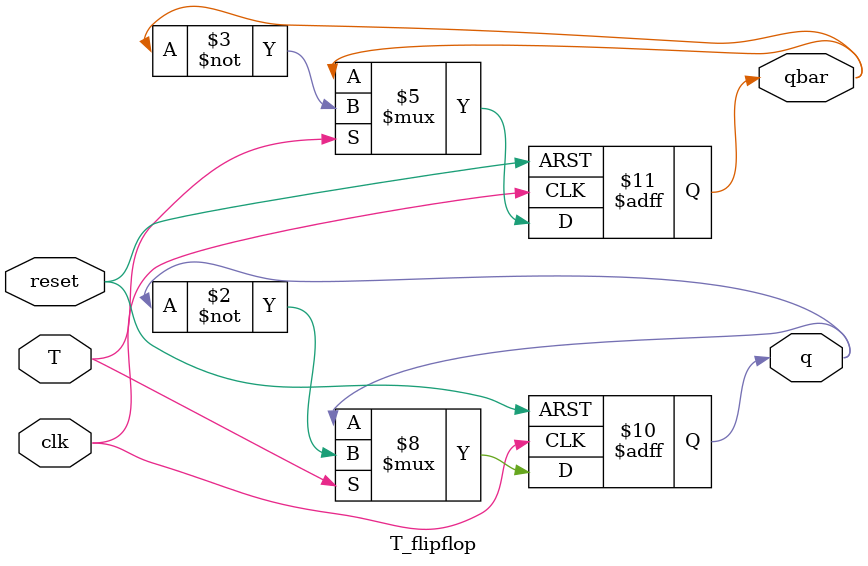
<source format=v>
`timescale 1ns/1ns

module T_flipflop(input T, clk, reset, output reg q, qbar);
    always @(posedge clk or posedge reset)
    begin
        if (reset) begin
            q <= 1'b0;
            qbar <= 1'b1;
        end
        else begin
            if (T) begin
                q <= ~q;
                qbar <= ~qbar;
            end
            else begin
                q <= q;
                qbar <= qbar;
            end
        end
    end
endmodule
</source>
